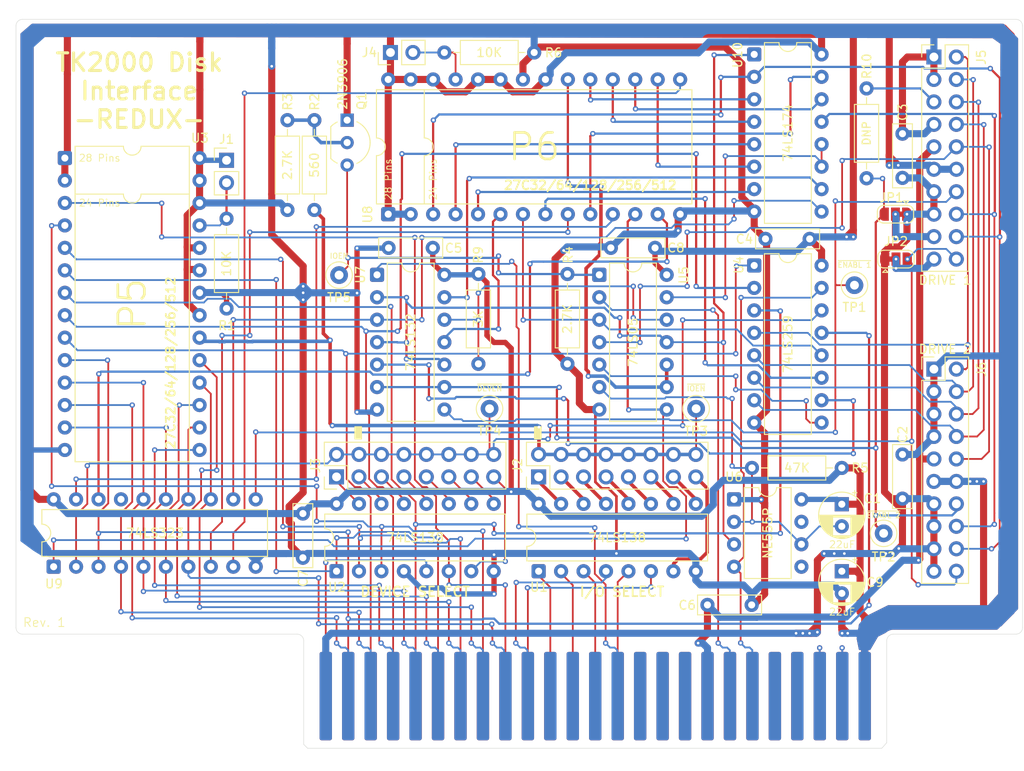
<source format=kicad_pcb>
(kicad_pcb
	(version 20241229)
	(generator "pcbnew")
	(generator_version "9.0")
	(general
		(thickness 1.6)
		(legacy_teardrops no)
	)
	(paper "A4")
	(layers
		(0 "F.Cu" signal)
		(2 "B.Cu" signal)
		(9 "F.Adhes" user "F.Adhesive")
		(11 "B.Adhes" user "B.Adhesive")
		(13 "F.Paste" user)
		(15 "B.Paste" user)
		(5 "F.SilkS" user "F.Silkscreen")
		(7 "B.SilkS" user "B.Silkscreen")
		(1 "F.Mask" user)
		(3 "B.Mask" user)
		(17 "Dwgs.User" user "User.Drawings")
		(19 "Cmts.User" user "User.Comments")
		(21 "Eco1.User" user "User.Eco1")
		(23 "Eco2.User" user "User.Eco2")
		(25 "Edge.Cuts" user)
		(27 "Margin" user)
		(31 "F.CrtYd" user "F.Courtyard")
		(29 "B.CrtYd" user "B.Courtyard")
		(35 "F.Fab" user)
		(33 "B.Fab" user)
		(39 "User.1" user)
		(41 "User.2" user)
		(43 "User.3" user)
		(45 "User.4" user)
	)
	(setup
		(pad_to_mask_clearance 0)
		(allow_soldermask_bridges_in_footprints no)
		(tenting front back)
		(pcbplotparams
			(layerselection 0x00000000_00000000_55555555_5755f5ff)
			(plot_on_all_layers_selection 0x00000000_00000000_00000000_00000000)
			(disableapertmacros no)
			(usegerberextensions no)
			(usegerberattributes yes)
			(usegerberadvancedattributes yes)
			(creategerberjobfile yes)
			(dashed_line_dash_ratio 12.000000)
			(dashed_line_gap_ratio 3.000000)
			(svgprecision 4)
			(plotframeref no)
			(mode 1)
			(useauxorigin no)
			(hpglpennumber 1)
			(hpglpenspeed 20)
			(hpglpendiameter 15.000000)
			(pdf_front_fp_property_popups yes)
			(pdf_back_fp_property_popups yes)
			(pdf_metadata yes)
			(pdf_single_document no)
			(dxfpolygonmode yes)
			(dxfimperialunits yes)
			(dxfusepcbnewfont yes)
			(psnegative no)
			(psa4output no)
			(plot_black_and_white yes)
			(sketchpadsonfab no)
			(plotpadnumbers no)
			(hidednponfab no)
			(sketchdnponfab yes)
			(crossoutdnponfab yes)
			(subtractmaskfromsilk no)
			(outputformat 1)
			(mirror no)
			(drillshape 0)
			(scaleselection 1)
			(outputdirectory "gerbers/")
		)
	)
	(net 0 "")
	(net 1 "-12V")
	(net 2 "GND")
	(net 3 "+5V")
	(net 4 "Net-(U6-THR)")
	(net 5 "+12V")
	(net 6 "Net-(J1-Pin_2)")
	(net 7 "~{IOSEL}")
	(net 8 "Net-(J2-Pin_5)")
	(net 9 "Net-(J2-Pin_7)")
	(net 10 "/IOEN")
	(net 11 "Net-(J2-Pin_15)")
	(net 12 "Net-(J2-Pin_3)")
	(net 13 "Net-(J2-Pin_9)")
	(net 14 "Net-(J2-Pin_11)")
	(net 15 "Net-(J2-Pin_13)")
	(net 16 "Net-(J2-Pin_1)")
	(net 17 "Net-(J3-Pin_11)")
	(net 18 "Net-(J3-Pin_5)")
	(net 19 "Net-(J3-Pin_7)")
	(net 20 "Net-(J3-Pin_9)")
	(net 21 "Net-(J3-Pin_1)")
	(net 22 "Net-(J3-Pin_13)")
	(net 23 "Net-(J3-Pin_15)")
	(net 24 "Net-(J3-Pin_3)")
	(net 25 "Net-(J4-Pin_2)")
	(net 26 "/PH1")
	(net 27 "/PH0")
	(net 28 "/WR DATA")
	(net 29 "/W PROT")
	(net 30 "/RD DATA")
	(net 31 "/PH2")
	(net 32 "/PH3")
	(net 33 "Net-(J5-Pin_17)")
	(net 34 "/WR REQ")
	(net 35 "Net-(J5-Pin_19)")
	(net 36 "/~{ENBL 1}")
	(net 37 "Net-(J5-Pin_5)")
	(net 38 "/~{ENBL 2}")
	(net 39 "A12")
	(net 40 "D0")
	(net 41 "A10")
	(net 42 "A3")
	(net 43 "A14")
	(net 44 "D3")
	(net 45 "unconnected-(P1-Pin_40-Pad40)")
	(net 46 "2M")
	(net 47 "~{RESET}")
	(net 48 "unconnected-(P1-Pin_30-Pad30)")
	(net 49 "A4")
	(net 50 "~{EXTC}")
	(net 51 "unconnected-(P1-Pin_18-Pad18)")
	(net 52 "unconnected-(P1-Pin_38-Pad38)")
	(net 53 "D1")
	(net 54 "unconnected-(P1-Pin_29-Pad29)")
	(net 55 "A0")
	(net 56 "A15")
	(net 57 "D6")
	(net 58 "unconnected-(P1-Pin_36-Pad36)")
	(net 59 "A5")
	(net 60 "unconnected-(P1-Pin_22-Pad22)")
	(net 61 "~{EXTE}")
	(net 62 "Net-(P1-Pin_24)")
	(net 63 "~{EXT8}")
	(net 64 "unconnected-(P1-Pin_34-Pad34)")
	(net 65 "A8")
	(net 66 "D2")
	(net 67 "A2")
	(net 68 "D7")
	(net 69 "A7")
	(net 70 "Net-(P1-Pin_23)")
	(net 71 "A6")
	(net 72 "unconnected-(P1-Pin_21-Pad21)")
	(net 73 "~{EXT_MEM}")
	(net 74 "D4")
	(net 75 "D5")
	(net 76 "A9")
	(net 77 "A13")
	(net 78 "A11")
	(net 79 "unconnected-(P1-Pin_39-Pad39)")
	(net 80 "~{EXT6}")
	(net 81 "A1")
	(net 82 "Net-(Q1-B)")
	(net 83 "Net-(U8-~{CE})")
	(net 84 "Net-(R9-Pad2)")
	(net 85 "Net-(U4-Q6)")
	(net 86 "Net-(U4-Q5)")
	(net 87 "Net-(U4-Q7)")
	(net 88 "Net-(U4-Q4)")
	(net 89 "Net-(U10-D3)")
	(net 90 "Net-(U8-D1)")
	(net 91 "Net-(U10-~{Mr})")
	(net 92 "Net-(U8-A4)")
	(net 93 "Net-(U10-Q3)")
	(net 94 "Net-(U10-Cp)")
	(net 95 "Net-(U8-D3)")
	(net 96 "Net-(U10-Q5)")
	(net 97 "Net-(U10-Q2)")
	(net 98 "Net-(U8-A1)")
	(net 99 "Net-(U10-D2)")
	(net 100 "Net-(U8-D0)")
	(net 101 "Net-(U10-Q1)")
	(net 102 "unconnected-(U6-DIS-Pad7)")
	(net 103 "Net-(U10-D0)")
	(net 104 "unconnected-(U6-CV-Pad5)")
	(net 105 "Net-(U10-D5)")
	(net 106 "Net-(U8-D2)")
	(net 107 "Net-(U10-D1)")
	(net 108 "unconnected-(U9-Q7-Pad17)")
	(net 109 "/~{IOEN}")
	(net 110 "/~{DEVEN}")
	(footprint "Connector_PinHeader_2.54mm:PinHeader_1x02_P2.54mm_Vertical" (layer "F.Cu") (at 69.565185 66.517185))
	(footprint "TestPoint:TestPoint_Loop_D1.80mm_Drill1.0mm_Beaded" (layer "F.Cu") (at 122.682 94.615))
	(footprint "Capacitor_THT:C_Rect_L7.0mm_W2.0mm_P5.00mm" (layer "F.Cu") (at 118.034185 76.423185 180))
	(footprint "Resistor_THT:R_Axial_DIN0207_L6.3mm_D2.5mm_P10.16mm_Horizontal" (layer "F.Cu") (at 94.203185 54.325185))
	(footprint "Connector_PinHeader_2.54mm:PinHeader_1x02_P2.54mm_Vertical" (layer "F.Cu") (at 88.107185 54.325185 90))
	(footprint "Capacitor_THT:CP_Radial_D5.0mm_P2.50mm" (layer "F.Cu") (at 139.161185 112.999185 -90))
	(footprint "Capacitor_THT:C_Rect_L7.0mm_W2.0mm_P5.00mm" (layer "F.Cu") (at 146.019185 104.791185 90))
	(footprint "TestPoint:TestPoint_Loop_D1.80mm_Drill1.0mm_Beaded" (layer "F.Cu") (at 99.314 94.615))
	(footprint "Package_DIP:DIP-16_W7.62mm" (layer "F.Cu") (at 129.250185 54.539185))
	(footprint "Package_DIP:DIP-16_W7.62mm" (layer "F.Cu") (at 82.006185 112.994185 90))
	(footprint "Package_TO_SOT_THT:TO-92_Inline_Wide" (layer "F.Cu") (at 83.206 61.976 -90))
	(footprint "Resistor_THT:R_Axial_DIN0207_L6.3mm_D2.5mm_P10.16mm_Horizontal" (layer "F.Cu") (at 141.955185 68.549185 90))
	(footprint "Capacitor_THT:CP_Radial_D5.0mm_P2.50mm" (layer "F.Cu") (at 139.156185 105.419185 -90))
	(footprint "Resistor_THT:R_Axial_DIN0207_L6.3mm_D2.5mm_P10.16mm_Horizontal" (layer "F.Cu") (at 76.454 72.136 90))
	(footprint "Package_DIP:DIP-16_W7.62mm" (layer "F.Cu") (at 104.866185 112.999185 90))
	(footprint "TK2000:DIP-28-24_W15.24mm" (layer "F.Cu") (at 87.853185 72.613185 90))
	(footprint "Package_DIP:DIP-14_W7.62mm" (layer "F.Cu") (at 111.729185 79.471185))
	(footprint "Resistor_THT:R_Axial_DIN0207_L6.3mm_D2.5mm_P10.16mm_Horizontal" (layer "F.Cu") (at 69.565185 73.121185 -90))
	(footprint "TestPoint:TestPoint_Loop_D1.80mm_Drill1.0mm_Beaded" (layer "F.Cu") (at 140.589 80.645))
	(footprint "Capacitor_THT:C_Rect_L7.0mm_W2.0mm_P5.00mm" (layer "F.Cu") (at 146.019185 68.509185 90))
	(footprint "Jumper:SolderJumper-3_P1.3mm_Bridged12_RoundedPad1.0x1.5mm" (layer "F.Cu") (at 145.287185 77.693185))
	(footprint "Resistor_THT:R_Axial_DIN0207_L6.3mm_D2.5mm_P10.16mm_Horizontal" (layer "F.Cu") (at 98.053185 79.382185 -90))
	(footprint "TK2000:DIP-28-24_W15.24mm" (layer "F.Cu") (at 51.277185 66.263185))
	(footprint "Capacitor_THT:C_Rect_L7.0mm_W2.0mm_P5.00mm" (layer "F.Cu") (at 135.525185 75.407185 180))
	(footprint "Capacitor_THT:C_Rect_L7.0mm_W2.0mm_P5.00mm" (layer "F.Cu") (at 78.201185 106.475185 -90))
	(footprint "Capacitor_THT:C_Rect_L7.0mm_W2.0mm_P5.00mm" (layer "F.Cu") (at 92.893185 76.428185 180))
	(footprint "Package_DIP:DIP-14_W7.62mm" (layer "F.Cu") (at 86.588185 79.471185))
	(footprint "Resistor_THT:R_Axial_DIN0207_L6.3mm_D2.5mm_P10.16mm_Horizontal"
		(layer "F.Cu")
		(uuid "a3fd79da-f5d5-4ae4-9621-898f304ff506")
		(at 128.996185 101.315185)
		(descr "Resistor, Axial_DIN0207 series, Axial, Horizontal, pin pitch=10.16mm, 0.25W = 1/4W, length*diameter=6.3*2.5mm^2, http://cdn-reichelt.de/documents/datenblatt/B400/1_4W%23YAG.pdf")
		(tags "Resistor Axial_DIN0207 series Axial Horizontal pin pitch 10.16mm 0.25W = 1/4W length 6.3mm diameter 2.5mm")
		(property "Reference" "R5"
			(at 12.227815 0 180)
			(layer "F.SilkS")
			(uuid "9c6b700b-b56f-454a-af08-cbb92ee0419a")
			(effects
				(font
					(size 1 1)
					(thickness 0.15)
				)
			)
		)
		(property "Value" "47K"
			(at 5.08 0 0)
			(layer "F.SilkS")
			(uuid "59038263-5bfc-4502-9e63-17686569948d")
			(effects
				(font
					(size 1 1)
					(thickness 0.15)
				)
			)
		)
		(property "Datasheet" ""
			(at 0 0 0)
			(unlocked yes)
			(layer "F.Fab")
			(hide yes)
			(uuid "451e5c88-4e24-4863-a615-27044dbe0c7a")
			(effects
				(font
					(size 1.27 1.27)
					(thickness 0.15)
				)
			)
		)
		(property "Description" "Resistor, small symbol"
			(at 0 0 0)
			(unlocked yes)
			(layer "F.Fab")
			(hide yes)
			(uuid "ff008a55-37e8-44c0-bf53-7e7561ef5750")
			(effects
				(font
					(size 1.27 1.27)
					(thickness 0.15)
				)
			)
		)
		(property ki_fp_filters "R_*")
		(path "/0a9e3eae-f6aa-4726-95a0-baa5697c9c68")
		(sheetname "/")
		(sheetfile "TK2000_DiskInterface_REDUX.kicad_sch")
		(attr through_hole)
		(fp_line
			(start 1.04 0)
			(end 1.81 0)
			(stroke
				(width 0.12)
				(type solid)
			)
			(layer "F.SilkS")
			(uuid "6dd95e0b-b40a-485f-952c-4109b785672c")
		)
		(fp_line
			(start 1.81 -1.37)
			(end 1.81 1.37)
			(stroke
				(width 0.12)
				(type soli
... [356172 chars truncated]
</source>
